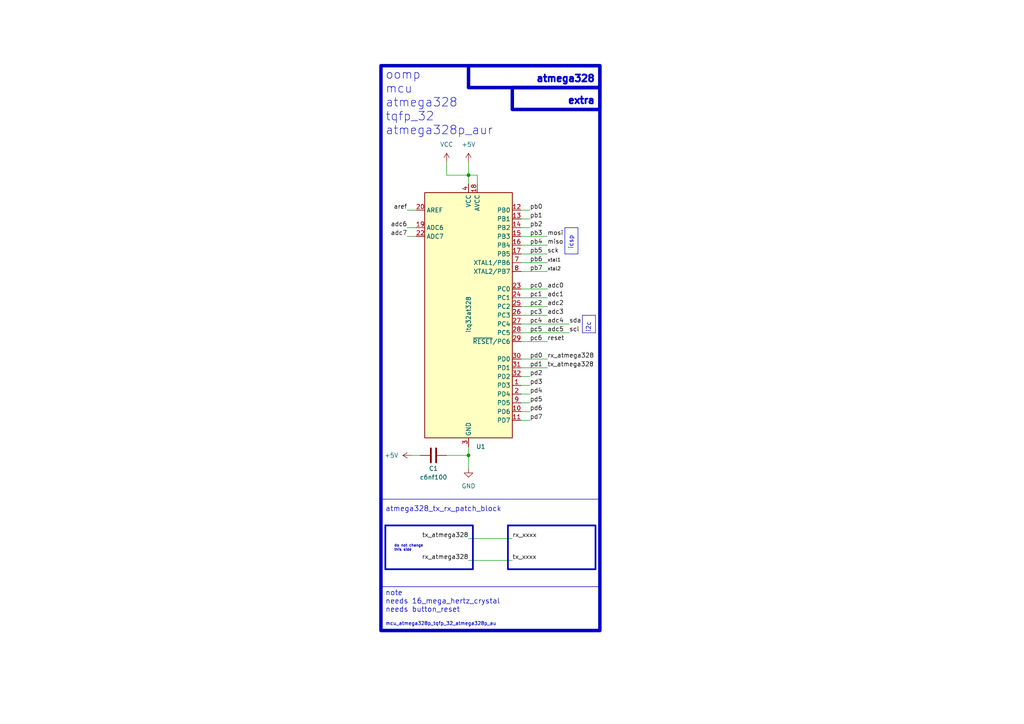
<source format=kicad_sch>
(kicad_sch (version 20230121) (generator eeschema)
  (paper "A4")
  (lib_symbols
    (symbol "oomlout_oomp_part_symbols:c6nf100_electronic_capacitor_0603_100_nano_farad" (pin_numbers hide) (pin_names (offset 0.254))
      (property "Reference" "C" (at 0.635 2.54 0))
      (property "Value" "c6nf100_electronic_capacitor_0603_100_nano_farad" (at 0.635 -2.54 0))
      (symbol "c6nf100_electronic_capacitor_0603_100_nano_farad_0_1"
        (polyline (pts (xy -2.032 -0.762) (xy 2.032 -0.762)) (stroke (width 0.508)))
        (polyline (pts (xy -2.032 0.762) (xy 2.032 0.762)) (stroke (width 0.508)))
      )
      (symbol "c6nf100_electronic_capacitor_0603_100_nano_farad_1_1"
        (pin passive line (at 0 3.81 270) (length 2.794) (name "~") (number "1"))
        (pin passive line (at 0 -3.81 90) (length 2.794) (name "~") (number "2"))
      )
    )
    (symbol "oomlout_oomp_part_symbols:itq32at328_electronic_ic_tqfp_32_mcu_atmega328_microchip_atmega328p_aur"
      (property "Reference" "J" (at -12.7 36.83 0))
      (property "Value" "itq32at328_electronic_ic_tqfp_32_mcu_atmega328_microchip_atmega328p_aur" (at 2.54 -36.83 0))
      (symbol "itq32at328_electronic_ic_tqfp_32_mcu_atmega328_microchip_atmega328p_aur_0_1"
        (rectangle (start -12.7 -35.56) (end 12.7 35.56) (stroke (width 0.254)) (fill (type background)))
      )
      (symbol "itq32at328_electronic_ic_tqfp_32_mcu_atmega328_microchip_atmega328p_aur_1_1"
        (pin bidirectional line (at 15.24 -20.32 180) (length 2.54) (name "PD3") (number "1"))
        (pin bidirectional line (at 15.24 -27.94 180) (length 2.54) (name "PD6") (number "10"))
        (pin bidirectional line (at 15.24 -30.48 180) (length 2.54) (name "PD7") (number "11"))
        (pin bidirectional line (at 15.24 30.48 180) (length 2.54) (name "PB0") (number "12"))
        (pin bidirectional line (at 15.24 27.94 180) (length 2.54) (name "PB1") (number "13"))
        (pin bidirectional line (at 15.24 25.4 180) (length 2.54) (name "PB2") (number "14"))
        (pin bidirectional line (at 15.24 22.86 180) (length 2.54) (name "PB3") (number "15"))
        (pin bidirectional line (at 15.24 20.32 180) (length 2.54) (name "PB4") (number "16"))
        (pin bidirectional line (at 15.24 17.78 180) (length 2.54) (name "PB5") (number "17"))
        (pin power_in line (at 2.54 38.1 270) (length 2.54) (name "AVCC") (number "18"))
        (pin input line (at -15.24 25.4 0) (length 2.54) (name "ADC6") (number "19"))
        (pin bidirectional line (at 15.24 -22.86 180) (length 2.54) (name "PD4") (number "2"))
        (pin passive line (at -15.24 30.48 0) (length 2.54) (name "AREF") (number "20"))
        (pin passive line (at 0 -38.1 90) (length 2.54) hide (name "GND") (number "21"))
        (pin input line (at -15.24 22.86 0) (length 2.54) (name "ADC7") (number "22"))
        (pin bidirectional line (at 15.24 7.62 180) (length 2.54) (name "PC0") (number "23"))
        (pin bidirectional line (at 15.24 5.08 180) (length 2.54) (name "PC1") (number "24"))
        (pin bidirectional line (at 15.24 2.54 180) (length 2.54) (name "PC2") (number "25"))
        (pin bidirectional line (at 15.24 0 180) (length 2.54) (name "PC3") (number "26"))
        (pin bidirectional line (at 15.24 -2.54 180) (length 2.54) (name "PC4") (number "27"))
        (pin bidirectional line (at 15.24 -5.08 180) (length 2.54) (name "PC5") (number "28"))
        (pin bidirectional line (at 15.24 -7.62 180) (length 2.54) (name "~{RESET}/PC6") (number "29"))
        (pin power_in line (at 0 -38.1 90) (length 2.54) (name "GND") (number "3"))
        (pin bidirectional line (at 15.24 -12.7 180) (length 2.54) (name "PD0") (number "30"))
        (pin bidirectional line (at 15.24 -15.24 180) (length 2.54) (name "PD1") (number "31"))
        (pin bidirectional line (at 15.24 -17.78 180) (length 2.54) (name "PD2") (number "32"))
        (pin power_in line (at 0 38.1 270) (length 2.54) (name "VCC") (number "4"))
        (pin passive line (at 0 -38.1 90) (length 2.54) hide (name "GND") (number "5"))
        (pin passive line (at 0 38.1 270) (length 2.54) hide (name "VCC") (number "6"))
        (pin bidirectional line (at 15.24 15.24 180) (length 2.54) (name "XTAL1/PB6") (number "7"))
        (pin bidirectional line (at 15.24 12.7 180) (length 2.54) (name "XTAL2/PB7") (number "8"))
        (pin bidirectional line (at 15.24 -25.4 180) (length 2.54) (name "PD5") (number "9"))
      )
    )
    (symbol "power:+5V" (power) (pin_names (offset 0))
      (property "Value" "+5V" (at 0 3.556 0))
      (symbol "+5V_0_1"
        (polyline (pts (xy -0.762 1.27) (xy 0 2.54)))
        (polyline (pts (xy 0 0) (xy 0 2.54)))
        (polyline (pts (xy 0 2.54) (xy 0.762 1.27)))
      )
      (symbol "+5V_1_1"
        (pin power_in line (at 0 0 90) (length 0) hide (name "+5V") (number "1"))
      )
    )
    (symbol "power:GND" (power) (pin_names (offset 0))
      (property "Value" "GND" (at 0 -3.81 0))
      (symbol "GND_0_1"
        (polyline (pts (xy 0 0) (xy 0 -1.27) (xy 1.27 -1.27) (xy 0 -2.54) (xy -1.27 -1.27) (xy 0 -1.27)))
      )
      (symbol "GND_1_1"
        (pin power_in line (at 0 0 270) (length 0) hide (name "GND") (number "1"))
      )
    )
    (symbol "power:VCC" (power) (pin_names (offset 0))
      (property "Value" "VCC" (at 0 3.81 0))
      (symbol "VCC_0_1"
        (polyline (pts (xy -0.762 1.27) (xy 0 2.54)))
        (polyline (pts (xy 0 0) (xy 0 2.54)))
        (polyline (pts (xy 0 2.54) (xy 0.762 1.27)))
      )
      (symbol "VCC_1_1"
        (pin power_in line (at 0 0 90) (length 0) hide (name "VCC") (number "1"))
      )
    )
  )
  (junction (at 135.89 132.08))
  (junction (at 135.89 50.8))
  (wire (pts (xy 135.89 50.8) (xy 135.89 53.34)))
  (wire (pts (xy 151.13 106.68) (xy 158.75 106.68)))
  (wire (pts (xy 135.89 129.54) (xy 135.89 132.08)))
  (wire (pts (xy 129.54 46.99) (xy 129.54 50.8)))
  (wire (pts (xy 151.13 109.22) (xy 153.67 109.22)))
  (wire (pts (xy 151.13 66.04) (xy 153.67 66.04)))
  (wire (pts (xy 118.11 68.58) (xy 120.65 68.58)))
  (wire (pts (xy 151.13 121.92) (xy 153.67 121.92)))
  (wire (pts (xy 135.89 132.08) (xy 135.89 135.89)))
  (wire (pts (xy 119.38 132.08) (xy 121.92 132.08)))
  (wire (pts (xy 151.13 76.2) (xy 158.75 76.2)))
  (wire (pts (xy 151.13 96.52) (xy 165.1 96.52)))
  (wire (pts (xy 129.54 50.8) (xy 135.89 50.8)))
  (wire (pts (xy 151.13 93.98) (xy 165.1 93.98)))
  (wire (pts (xy 135.89 156.21) (xy 148.59 156.21)))
  (wire (pts (xy 151.13 88.9) (xy 158.75 88.9)))
  (wire (pts (xy 151.13 71.12) (xy 158.75 71.12)))
  (wire (pts (xy 138.43 53.34) (xy 138.43 50.8)))
  (wire (pts (xy 151.13 63.5) (xy 153.67 63.5)))
  (wire (pts (xy 151.13 104.14) (xy 158.75 104.14)))
  (wire (pts (xy 151.13 83.82) (xy 158.75 83.82)))
  (wire (pts (xy 151.13 86.36) (xy 158.75 86.36)))
  (wire (pts (xy 151.13 116.84) (xy 153.67 116.84)))
  (wire (pts (xy 129.54 132.08) (xy 135.89 132.08)))
  (wire (pts (xy 151.13 119.38) (xy 153.67 119.38)))
  (wire (pts (xy 151.13 99.06) (xy 158.75 99.06)))
  (wire (pts (xy 151.13 68.58) (xy 158.75 68.58)))
  (wire (pts (xy 151.13 111.76) (xy 153.67 111.76)))
  (wire (pts (xy 151.13 114.3) (xy 153.67 114.3)))
  (wire (pts (xy 135.89 46.99) (xy 135.89 50.8)))
  (wire (pts (xy 138.43 50.8) (xy 135.89 50.8)))
  (wire (pts (xy 151.13 73.66) (xy 158.75 73.66)))
  (wire (pts (xy 151.13 78.74) (xy 158.75 78.74)))
  (wire (pts (xy 135.89 162.56) (xy 148.59 162.56)))
  (wire (pts (xy 118.11 60.96) (xy 120.65 60.96)))
  (wire (pts (xy 118.11 66.04) (xy 120.65 66.04)))
  (wire (pts (xy 151.13 60.96) (xy 153.67 60.96)))
  (wire (pts (xy 151.13 91.44) (xy 158.75 91.44)))
  (rectangle (start 165.1 72.39) (end 165.1 72.39))
  (rectangle (start 110.49 144.78) (end 173.99 170.18))
  (rectangle (start 110.49 19.05) (end 173.99 182.88) (stroke (width 1)))
  (rectangle (start 154.94 182.88) (end 154.94 182.88))
  (rectangle (start 135.89 19.05) (end 173.99 25.4) (stroke (width 1)))
  (rectangle (start 111.76 152.4) (end 137.16 165.1) (stroke (width 0.5)))
  (rectangle (start 163.83 66.04) (end 167.64 73.66))
  (rectangle (start 148.59 25.4) (end 173.99 31.75) (stroke (width 1)))
  (rectangle (start 110.49 170.18) (end 173.99 182.88))
  (rectangle (start 147.32 152.4) (end 172.72 165.1) (stroke (width 0.5)))
  (rectangle (start 168.91 91.44) (end 172.72 96.52))
  (text "i2c\n" (at 171.45 96.52 90) (effects (font (size 1.27 1.27)) (justify left bottom)))
  (text "atmega328" (at 172.72 24.13 0) (effects (font (size 2 2) (thickness 0.8) bold) (justify right bottom)))
  (text "note\nneeds 16_mega_hertz_crystal\nneeds button_reset\n" (at 111.76 177.8 0) (effects (font (size 1.5 1.5)) (justify left bottom)))
  (text "oomp\nmcu\natmega328\ntqfp_32\natmega328p_aur" (at 111.76 39.37 0) (effects (font (size 2.5 2.5)) (justify left bottom)))
  (text "mcu_atmega328p_tqfp_32_atmega328p_au" (at 111.76 181.61 0) (effects (font (size 1 1)) (justify left bottom)))
  (text "atmega328_tx_rx_patch_block" (at 111.76 148.59 0) (effects (font (size 1.5 1.5)) (justify left bottom)))
  (text "extra" (at 172.72 30.48 0) (effects (font (size 2 2) (thickness 0.8) bold) (justify right bottom)))
  (text "do not change\nthis side" (at 114.3 160.02 0) (effects (font (size 0.75 0.75)) (justify left bottom)))
  (text "icsp\n" (at 166.37 72.39 90) (effects (font (size 1.27 1.27)) (justify left bottom)))
  (label "pb0" (at 153.67 60.96 0))
  (label "pc0" (at 153.67 83.82 0))
  (label "adc4" (at 158.75 93.98 0))
  (label "adc2" (at 158.75 88.9 0))
  (label "pc2" (at 153.67 88.9 0))
  (label "adc6" (at 118.11 66.04 180))
  (label "pd7" (at 153.67 121.92 0))
  (label "scl" (at 165.1 96.52 0))
  (label "xtal2" (at 158.75 78.74 0) (effects (font (size 1 1))))
  (label "pb3" (at 153.67 68.58 0))
  (label "pb7" (at 153.67 78.74 0))
  (label "pb1" (at 153.67 63.5 0))
  (label "pd2" (at 153.67 109.22 0))
  (label "rx_atmega328" (at 158.75 104.14 0))
  (label "adc0" (at 158.75 83.82 0))
  (label "mosi" (at 158.75 68.58 0))
  (label "adc1" (at 158.75 86.36 0))
  (label "pc3" (at 153.67 91.44 0))
  (label "pc1" (at 153.67 86.36 0))
  (label "aref" (at 118.11 60.96 180))
  (label "pd5" (at 153.67 116.84 0))
  (label "adc3" (at 158.75 91.44 0))
  (label "pb2" (at 153.67 66.04 0))
  (label "adc5" (at 158.75 96.52 0))
  (label "pc4" (at 153.67 93.98 0))
  (label "pd0" (at 153.67 104.14 0))
  (label "pb6" (at 153.67 76.2 0))
  (label "miso" (at 158.75 71.12 0))
  (label "pd4" (at 153.67 114.3 0))
  (label "adc7" (at 118.11 68.58 180))
  (label "rx_atmega328" (at 135.89 162.56 180))
  (label "pb4" (at 153.67 71.12 0))
  (label "pd3" (at 153.67 111.76 0))
  (label "tx_atmega328" (at 158.75 106.68 0))
  (label "pd1" (at 153.67 106.68 0))
  (label "reset" (at 158.75 99.06 0))
  (label "rx_xxxx" (at 148.59 156.21 0))
  (label "sda" (at 165.1 93.98 0))
  (label "pc5" (at 153.67 96.52 0))
  (label "pd6" (at 153.67 119.38 0))
  (label "tx_atmega328" (at 135.89 156.21 180))
  (label "pb5" (at 153.67 73.66 0))
  (label "xtal1" (at 158.75 76.2 0) (effects (font (size 1 1))))
  (label "pc6" (at 153.67 99.06 0))
  (label "tx_xxxx" (at 148.59 162.56 0))
  (label "sck" (at 158.75 73.66 0))
  (symbol (lib_id "power:GND") (at 135.89 135.89 0) (unit 1)
    (property "Reference" "#PWR04" (effects hide))
    (property "Value" "GND" (at 135.89 140.97 0))
  )
  (symbol (lib_id "power:VCC") (at 129.54 46.99 0) (unit 1)
    (property "Reference" "#PWR02" (effects hide))
    (property "Value" "VCC" (at 129.54 41.91 0))
  )
  (symbol (lib_id "oomlout_oomp_part_symbols:c6nf100_electronic_capacitor_0603_100_nano_farad") (at 125.73 132.08 90) (unit 1)
    (property "Reference" "C1" (at 125.73 135.89 90))
    (property "Value" "c6nf100" (at 125.73 138.43 90))
    (property "Footprint" "oomlout_oomp_part_kicad_footprints:c6nf100_electronic_capacitor_0603_100_nano_farad" (effects hide))
    (property "Datasheet" "https://github.com/oomlout/oomlout_oomp_v3/parts/electronic_capacitor_0603_100_nano_farad/datasheet.pdf" (effects hide))
  )
  (symbol (lib_id "power:+5V") (at 119.38 132.08 90) (unit 1)
    (property "Reference" "#PWR01" (effects hide))
    (property "Value" "+5V" (at 115.57 132.08 90) (effects (justify left)))
  )
  (symbol (lib_id "power:+5V") (at 135.89 46.99 0) (unit 1)
    (property "Reference" "#PWR03" (effects hide))
    (property "Value" "+5V" (at 135.89 41.91 0))
  )
  (symbol (lib_id "oomlout_oomp_part_symbols:itq32at328_electronic_ic_tqfp_32_mcu_atmega328_microchip_atmega328p_aur") (at 135.89 91.44 0) (unit 1)
    (property "Reference" "U1" (at 138.0841 129.54 0) (effects (justify left)))
    (property "Value" "itq32at328" (at 135.89 96.52 90) (effects (justify left)))
    (property "Footprint" "oomlout_oomp_part_kicad_footprints:itq32at328_electronic_ic_tqfp_32_mcu_atmega328_microchip_atmega328p_aur" (effects hide))
    (property "Datasheet" "https://github.com/oomlout/oomlout_oomp_v3/parts/electronic_ic_tqfp_32_mcu_atmega328_microchip_atmega328p_aur/datasheet.pdf" (effects hide))
  )
)
</source>
